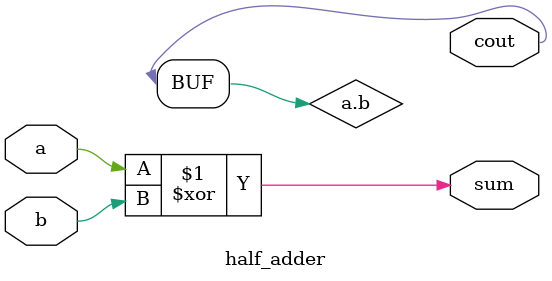
<source format=v>
module half_adder(a,b,sum,cout);
input a,b;
output  sum;

output cout;


assign sum=a^b;
assign cout=a.b;

endmodule

</source>
